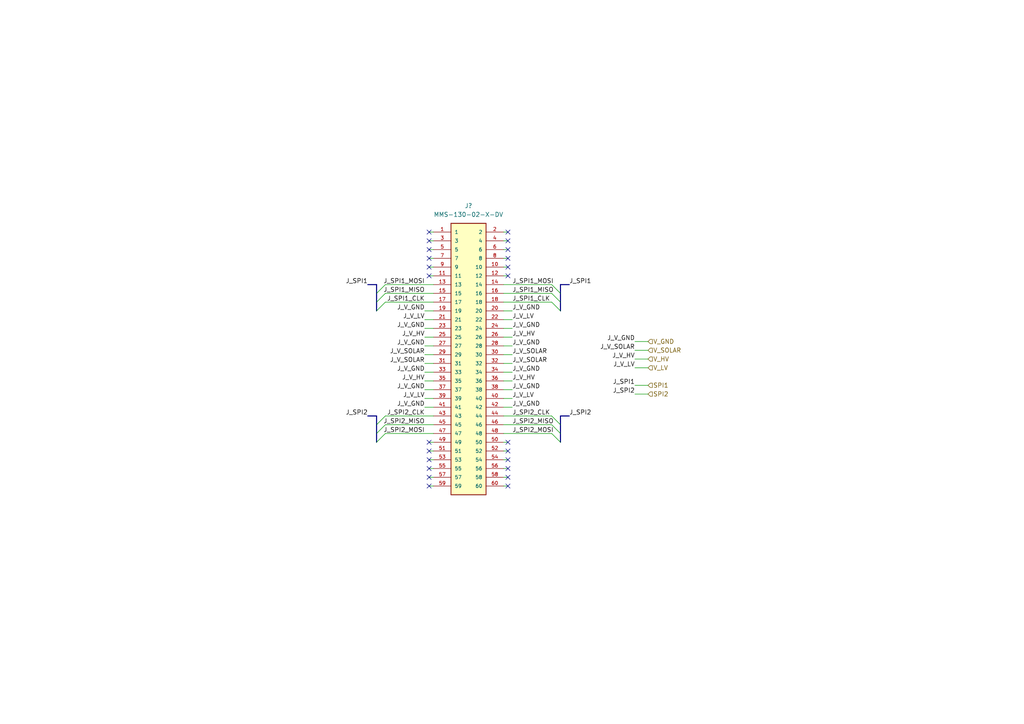
<source format=kicad_sch>
(kicad_sch (version 20231120) (generator "eeschema") (generator_version "8.0")
  (paper "A4")
  (lib_symbols
    (symbol "CUBESAT:MMS-130-02-X-DV" (pin_names (offset 1.016))
      (property "Reference" "J" (at 0 42.164 0))
      (property "Value" "MMS-130-02-X-DV" (at 0 40.386 0))
      (symbol "MMS-130-02-X-DV_0_0"
        (rectangle (start -5.08 39.37) (end 5.08 -39.37) (stroke (width 0.254)) (fill (type background)))
        (pin passive line (at -10.16 36.83 0) (length 5.08) (name "1") (number "1"))
        (pin passive line (at 10.16 26.67 180) (length 5.08) (name "10") (number "10"))
        (pin passive line (at -10.16 24.13 0) (length 5.08) (name "11") (number "11"))
        (pin passive line (at 10.16 24.13 180) (length 5.08) (name "12") (number "12"))
        (pin passive line (at -10.16 21.59 0) (length 5.08) (name "13") (number "13"))
        (pin passive line (at 10.16 21.59 180) (length 5.08) (name "14") (number "14"))
        (pin passive line (at -10.16 19.05 0) (length 5.08) (name "15") (number "15"))
        (pin passive line (at 10.16 19.05 180) (length 5.08) (name "16") (number "16"))
        (pin passive line (at -10.16 16.51 0) (length 5.08) (name "17") (number "17"))
        (pin passive line (at 10.16 16.51 180) (length 5.08) (name "18") (number "18"))
        (pin passive line (at -10.16 13.97 0) (length 5.08) (name "19") (number "19"))
        (pin passive line (at 10.16 36.83 180) (length 5.08) (name "2") (number "2"))
        (pin passive line (at 10.16 13.97 180) (length 5.08) (name "20") (number "20"))
        (pin passive line (at -10.16 11.43 0) (length 5.08) (name "21") (number "21"))
        (pin passive line (at 10.16 11.43 180) (length 5.08) (name "22") (number "22"))
        (pin passive line (at -10.16 8.89 0) (length 5.08) (name "23") (number "23"))
        (pin passive line (at 10.16 8.89 180) (length 5.08) (name "24") (number "24"))
        (pin passive line (at -10.16 6.35 0) (length 5.08) (name "25") (number "25"))
        (pin passive line (at 10.16 6.35 180) (length 5.08) (name "26") (number "26"))
        (pin passive line (at -10.16 3.81 0) (length 5.08) (name "27") (number "27"))
        (pin passive line (at 10.16 3.81 180) (length 5.08) (name "28") (number "28"))
        (pin passive line (at -10.16 1.27 0) (length 5.08) (name "29") (number "29"))
        (pin passive line (at -10.16 34.29 0) (length 5.08) (name "3") (number "3"))
        (pin passive line (at 10.16 1.27 180) (length 5.08) (name "30") (number "30"))
        (pin passive line (at -10.16 -1.27 0) (length 5.08) (name "31") (number "31"))
        (pin passive line (at 10.16 -1.27 180) (length 5.08) (name "32") (number "32"))
        (pin passive line (at -10.16 -3.81 0) (length 5.08) (name "33") (number "33"))
        (pin passive line (at 10.16 -3.81 180) (length 5.08) (name "34") (number "34"))
        (pin passive line (at -10.16 -6.35 0) (length 5.08) (name "35") (number "35"))
        (pin passive line (at 10.16 -6.35 180) (length 5.08) (name "36") (number "36"))
        (pin passive line (at -10.16 -8.89 0) (length 5.08) (name "37") (number "37"))
        (pin passive line (at 10.16 -8.89 180) (length 5.08) (name "38") (number "38"))
        (pin passive line (at -10.16 -11.43 0) (length 5.08) (name "39") (number "39"))
        (pin passive line (at 10.16 34.29 180) (length 5.08) (name "4") (number "4"))
        (pin passive line (at 10.16 -11.43 180) (length 5.08) (name "40") (number "40"))
        (pin passive line (at -10.16 -13.97 0) (length 5.08) (name "41") (number "41"))
        (pin passive line (at 10.16 -13.97 180) (length 5.08) (name "42") (number "42"))
        (pin passive line (at -10.16 -16.51 0) (length 5.08) (name "43") (number "43"))
        (pin passive line (at 10.16 -16.51 180) (length 5.08) (name "44") (number "44"))
        (pin passive line (at -10.16 -19.05 0) (length 5.08) (name "45") (number "45"))
        (pin passive line (at 10.16 -19.05 180) (length 5.08) (name "46") (number "46"))
        (pin passive line (at -10.16 -21.59 0) (length 5.08) (name "47") (number "47"))
        (pin passive line (at 10.16 -21.59 180) (length 5.08) (name "48") (number "48"))
        (pin passive line (at -10.16 -24.13 0) (length 5.08) (name "49") (number "49"))
        (pin passive line (at -10.16 31.75 0) (length 5.08) (name "5") (number "5"))
        (pin passive line (at 10.16 -24.13 180) (length 5.08) (name "50") (number "50"))
        (pin passive line (at -10.16 -26.67 0) (length 5.08) (name "51") (number "51"))
        (pin passive line (at 10.16 -26.67 180) (length 5.08) (name "52") (number "52"))
        (pin passive line (at -10.16 -29.21 0) (length 5.08) (name "53") (number "53"))
        (pin passive line (at 10.16 -29.21 180) (length 5.08) (name "54") (number "54"))
        (pin passive line (at -10.16 -31.75 0) (length 5.08) (name "55") (number "55"))
        (pin passive line (at 10.16 -31.75 180) (length 5.08) (name "56") (number "56"))
        (pin passive line (at -10.16 -34.29 0) (length 5.08) (name "57") (number "57"))
        (pin passive line (at 10.16 -34.29 180) (length 5.08) (name "58") (number "58"))
        (pin passive line (at -10.16 -36.83 0) (length 5.08) (name "59") (number "59"))
        (pin passive line (at 10.16 31.75 180) (length 5.08) (name "6") (number "6"))
        (pin passive line (at 10.16 -36.83 180) (length 5.08) (name "60") (number "60"))
        (pin passive line (at -10.16 29.21 0) (length 5.08) (name "7") (number "7"))
        (pin passive line (at 10.16 29.21 180) (length 5.08) (name "8") (number "8"))
        (pin passive line (at -10.16 26.67 0) (length 5.08) (name "9") (number "9"))
      )
    )
  )
  (no_connect (at 124.46 69.85))
  (no_connect (at 147.32 140.97))
  (no_connect (at 124.46 133.35))
  (no_connect (at 147.32 80.01))
  (no_connect (at 147.32 135.89))
  (no_connect (at 124.46 128.27))
  (no_connect (at 147.32 72.39))
  (no_connect (at 124.46 74.93))
  (no_connect (at 147.32 67.31))
  (no_connect (at 124.46 72.39))
  (no_connect (at 147.32 77.47))
  (no_connect (at 147.32 128.27))
  (no_connect (at 124.46 67.31))
  (no_connect (at 147.32 133.35))
  (no_connect (at 147.32 69.85))
  (no_connect (at 147.32 138.43))
  (no_connect (at 124.46 77.47))
  (no_connect (at 147.32 74.93))
  (no_connect (at 124.46 138.43))
  (no_connect (at 124.46 135.89))
  (no_connect (at 124.46 140.97))
  (no_connect (at 147.32 130.81))
  (no_connect (at 124.46 130.81))
  (no_connect (at 124.46 80.01))
  (bus_entry (at 111.76 125.73) (size -2.54 2.54))
  (bus_entry (at 111.76 123.19) (size -2.54 2.54))
  (bus_entry (at 160.02 123.19) (size 2.54 2.54))
  (bus_entry (at 160.02 125.73) (size 2.54 2.54))
  (bus_entry (at 160.02 82.55) (size 2.54 2.54))
  (bus_entry (at 111.76 120.65) (size -2.54 2.54))
  (bus_entry (at 160.02 87.63) (size 2.54 2.54))
  (bus_entry (at 160.02 85.09) (size 2.54 2.54))
  (bus_entry (at 111.76 87.63) (size -2.54 2.54))
  (bus_entry (at 160.02 120.65) (size 2.54 2.54))
  (bus_entry (at 111.76 85.09) (size -2.54 2.54))
  (bus_entry (at 111.76 82.55) (size -2.54 2.54))
  (wire (pts (xy 160.02 87.63) (xy 146.05 87.63)))
  (wire (pts (xy 124.46 67.31) (xy 125.73 67.31)))
  (wire (pts (xy 146.05 69.85) (xy 147.32 69.85)))
  (wire (pts (xy 148.59 102.87) (xy 146.05 102.87)))
  (bus (pts (xy 109.22 125.73) (xy 109.22 128.27)))
  (wire (pts (xy 184.15 111.76) (xy 187.96 111.76)))
  (wire (pts (xy 124.46 80.01) (xy 125.73 80.01)))
  (wire (pts (xy 147.32 80.01) (xy 146.05 80.01)))
  (wire (pts (xy 184.15 101.6) (xy 187.96 101.6)))
  (wire (pts (xy 124.46 140.97) (xy 125.73 140.97)))
  (wire (pts (xy 124.46 69.85) (xy 125.73 69.85)))
  (wire (pts (xy 111.76 82.55) (xy 125.73 82.55)))
  (wire (pts (xy 123.19 90.17) (xy 125.73 90.17)))
  (wire (pts (xy 148.59 97.79) (xy 146.05 97.79)))
  (bus (pts (xy 109.22 87.63) (xy 109.22 90.17)))
  (bus (pts (xy 162.56 123.19) (xy 162.56 125.73)))
  (wire (pts (xy 125.73 125.73) (xy 111.76 125.73)))
  (wire (pts (xy 147.32 77.47) (xy 146.05 77.47)))
  (wire (pts (xy 123.19 105.41) (xy 125.73 105.41)))
  (wire (pts (xy 160.02 120.65) (xy 146.05 120.65)))
  (wire (pts (xy 147.32 128.27) (xy 146.05 128.27)))
  (wire (pts (xy 123.19 92.71) (xy 125.73 92.71)))
  (bus (pts (xy 162.56 85.09) (xy 162.56 87.63)))
  (wire (pts (xy 148.59 90.17) (xy 146.05 90.17)))
  (wire (pts (xy 124.46 138.43) (xy 125.73 138.43)))
  (wire (pts (xy 111.76 85.09) (xy 125.73 85.09)))
  (wire (pts (xy 160.02 85.09) (xy 146.05 85.09)))
  (wire (pts (xy 148.59 115.57) (xy 146.05 115.57)))
  (wire (pts (xy 147.32 72.39) (xy 146.05 72.39)))
  (wire (pts (xy 184.15 106.68) (xy 187.96 106.68)))
  (wire (pts (xy 148.59 110.49) (xy 146.05 110.49)))
  (wire (pts (xy 160.02 82.55) (xy 146.05 82.55)))
  (wire (pts (xy 123.19 118.11) (xy 125.73 118.11)))
  (wire (pts (xy 146.05 67.31) (xy 147.32 67.31)))
  (wire (pts (xy 148.59 118.11) (xy 146.05 118.11)))
  (bus (pts (xy 109.22 123.19) (xy 109.22 120.65)))
  (wire (pts (xy 148.59 105.41) (xy 146.05 105.41)))
  (wire (pts (xy 124.46 77.47) (xy 125.73 77.47)))
  (bus (pts (xy 109.22 85.09) (xy 109.22 87.63)))
  (wire (pts (xy 124.46 74.93) (xy 125.73 74.93)))
  (bus (pts (xy 106.68 120.65) (xy 109.22 120.65)))
  (wire (pts (xy 123.19 97.79) (xy 125.73 97.79)))
  (wire (pts (xy 146.05 125.73) (xy 160.02 125.73)))
  (wire (pts (xy 123.19 102.87) (xy 125.73 102.87)))
  (wire (pts (xy 147.32 74.93) (xy 146.05 74.93)))
  (wire (pts (xy 125.73 123.19) (xy 111.76 123.19)))
  (wire (pts (xy 124.46 133.35) (xy 125.73 133.35)))
  (wire (pts (xy 111.76 120.65) (xy 125.73 120.65)))
  (wire (pts (xy 147.32 130.81) (xy 146.05 130.81)))
  (wire (pts (xy 148.59 92.71) (xy 146.05 92.71)))
  (bus (pts (xy 109.22 123.19) (xy 109.22 125.73)))
  (bus (pts (xy 162.56 123.19) (xy 162.56 120.65)))
  (wire (pts (xy 125.73 87.63) (xy 111.76 87.63)))
  (wire (pts (xy 184.15 99.06) (xy 187.96 99.06)))
  (wire (pts (xy 123.19 95.25) (xy 125.73 95.25)))
  (wire (pts (xy 123.19 113.03) (xy 125.73 113.03)))
  (wire (pts (xy 147.32 140.97) (xy 146.05 140.97)))
  (wire (pts (xy 146.05 123.19) (xy 160.02 123.19)))
  (bus (pts (xy 109.22 82.55) (xy 106.68 82.55)))
  (bus (pts (xy 162.56 87.63) (xy 162.56 90.17)))
  (wire (pts (xy 148.59 100.33) (xy 146.05 100.33)))
  (wire (pts (xy 123.19 115.57) (xy 125.73 115.57)))
  (bus (pts (xy 162.56 82.55) (xy 165.1 82.55)))
  (wire (pts (xy 148.59 113.03) (xy 146.05 113.03)))
  (wire (pts (xy 124.46 135.89) (xy 125.73 135.89)))
  (wire (pts (xy 148.59 95.25) (xy 146.05 95.25)))
  (wire (pts (xy 148.59 107.95) (xy 146.05 107.95)))
  (wire (pts (xy 147.32 135.89) (xy 146.05 135.89)))
  (bus (pts (xy 109.22 82.55) (xy 109.22 85.09)))
  (wire (pts (xy 123.19 107.95) (xy 125.73 107.95)))
  (wire (pts (xy 147.32 138.43) (xy 146.05 138.43)))
  (bus (pts (xy 162.56 120.65) (xy 165.1 120.65)))
  (wire (pts (xy 147.32 133.35) (xy 146.05 133.35)))
  (wire (pts (xy 123.19 100.33) (xy 125.73 100.33)))
  (bus (pts (xy 162.56 85.09) (xy 162.56 82.55)))
  (wire (pts (xy 124.46 130.81) (xy 125.73 130.81)))
  (wire (pts (xy 184.15 104.14) (xy 187.96 104.14)))
  (bus (pts (xy 162.56 125.73) (xy 162.56 128.27)))
  (wire (pts (xy 124.46 72.39) (xy 125.73 72.39)))
  (wire (pts (xy 124.46 128.27) (xy 125.73 128.27)))
  (wire (pts (xy 184.15 114.3) (xy 187.96 114.3)))
  (wire (pts (xy 123.19 110.49) (xy 125.73 110.49)))
  (label "J_V_LV" (at 123.19 115.57 180))
  (label "J_SPI1" (at 165.1 82.55 0))
  (label "J_V_GND" (at 148.59 95.25 0))
  (label "J_SPI2" (at 106.68 120.65 180))
  (label "J_V_GND" (at 148.59 107.95 0))
  (label "J_V_GND" (at 184.15 99.06 180))
  (label "J_SPI2_MISO" (at 148.59 123.19 0))
  (label "J_V_SOLAR" (at 123.19 105.41 180))
  (label "J_V_GND" (at 148.59 100.33 0))
  (label "J_V_HV" (at 148.59 97.79 0))
  (label "J_V_GND" (at 148.59 118.11 0))
  (label "J_V_LV" (at 184.15 106.68 180))
  (label "J_SPI1_MOSI" (at 123.19 82.55 180))
  (label "J_V_GND" (at 148.59 113.03 0))
  (label "J_V_HV" (at 148.59 110.49 0))
  (label "J_SPI1_CLK" (at 123.19 87.63 180))
  (label "J_V_HV" (at 123.19 97.79 180))
  (label "J_SPI2_MISO" (at 123.19 123.19 180))
  (label "J_SPI2_CLK" (at 123.19 120.65 180))
  (label "J_SPI2_MOSI" (at 123.19 125.73 180))
  (label "J_SPI1_MISO" (at 123.19 85.09 180))
  (label "J_V_HV" (at 123.19 110.49 180))
  (label "J_V_GND" (at 123.19 95.25 180))
  (label "J_V_SOLAR" (at 148.59 105.41 0))
  (label "J_SPI1" (at 106.68 82.55 180))
  (label "J_V_GND" (at 123.19 118.11 180))
  (label "J_V_GND" (at 123.19 107.95 180))
  (label "J_SPI1_CLK" (at 148.59 87.63 0))
  (label "J_SPI1_MISO" (at 148.59 85.09 0))
  (label "J_V_SOLAR" (at 148.59 102.87 0))
  (label "J_V_SOLAR" (at 184.15 101.6 180))
  (label "J_SPI1" (at 184.15 111.76 180))
  (label "J_V_GND" (at 123.19 100.33 180))
  (label "J_SPI2_CLK" (at 148.59 120.65 0))
  (label "J_V_LV" (at 148.59 115.57 0))
  (label "J_SPI2" (at 184.15 114.3 180))
  (label "J_V_GND" (at 123.19 113.03 180))
  (label "J_V_HV" (at 184.15 104.14 180))
  (label "J_V_GND" (at 148.59 90.17 0))
  (label "J_SPI1_MOSI" (at 148.59 82.55 0))
  (label "J_V_GND" (at 123.19 90.17 180))
  (label "J_V_LV" (at 148.59 92.71 0))
  (label "J_V_LV" (at 123.19 92.71 180))
  (label "J_V_SOLAR" (at 123.19 102.87 180))
  (label "J_SPI2" (at 165.1 120.65 0))
  (label "J_SPI2_MOSI" (at 148.59 125.73 0))
  (hierarchical_label "V_LV" (shape input) (at 187.96 106.68 0))
  (hierarchical_label "V_HV" (shape input) (at 187.96 104.14 0))
  (hierarchical_label "SPI2" (shape input) (at 187.96 114.3 0))
  (hierarchical_label "V_GND" (shape input) (at 187.96 99.06 0))
  (hierarchical_label "SPI1" (shape input) (at 187.96 111.76 0))
  (hierarchical_label "V_SOLAR" (shape input) (at 187.96 101.6 0))
  (symbol (lib_id "CUBESAT:MMS-130-02-X-DV") (at 135.89 104.14 0) (unit 1)
    (property "Reference" "J?" (at 135.89 59.69 0))
    (property "Value" "MMS-130-02-X-DV" (at 135.89 62.23 0))
    (property "Datasheet" "https://suddendocs.samtec.com/catalog_english/mms.pdf" (effects (hide yes)))
    (property "Description" "TIGER CLAW™ SOCKET STRIP" (effects (hide yes)))
  )
)
</source>
